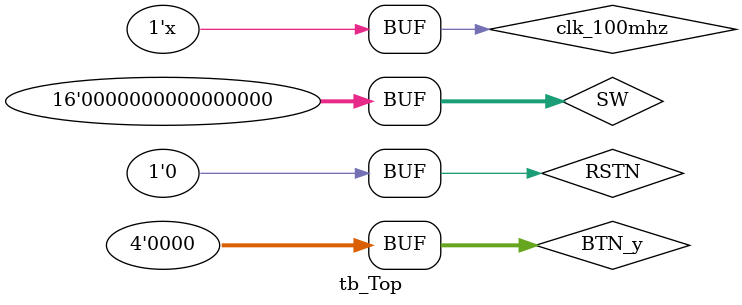
<source format=v>
`timescale 1ns / 1ps

module tb_Top;

// Top Parameters
parameter PERIOD  = 10;


// Top Inputs
reg   [3:0]  BTN_y                         = 0 ;
reg   RSTN                                 = 0 ;
reg   [15:0]  SW                           = 0 ;
reg   clk_100mhz                           = 0 ;

// Top Outputs
wire  [4:0]  BTN_x                         ;    
wire  HSYNC                                ;
wire  VSYNC                                ;
wire  [3:0]  Red                           ;
wire  [3:0]  Green                         ;
wire  [3:0]  Blue                          ;
wire  led_clk                              ;
wire  led_sout                             ;
wire  led_clrn                             ;
wire  LED_PEN                              ;
wire  seg_clk                              ;
wire  seg_clrn                             ;
wire  SEG_PEN                              ;
wire  seg_sout                             ;


initial
begin
    RSTN = 0;
end

always #10 clk_100mhz = ~clk_100mhz;
Top  u_Top (
    .BTN_y                   ( BTN_y       [3:0]  ),
    .RSTN                    ( RSTN               ),
    .SW                      ( SW          [15:0] ),
    .clk_100mhz              ( clk_100mhz         ),

    .BTN_x                   ( BTN_x       [4:0]  ),
    .HSYNC                   ( HSYNC              ),
    .VSYNC                   ( VSYNC              ),
    .Red                     ( Red         [3:0]  ),
    .Green                   ( Green       [3:0]  ),
    .Blue                    ( Blue        [3:0]  ),
    .led_clk                 ( led_clk            ),
    .led_sout                ( led_sout           ),
    .led_clrn                ( led_clrn           ),
    .LED_PEN                 ( LED_PEN            ),
    .seg_clk                 ( seg_clk            ),
    .seg_clrn                ( seg_clrn           ),
    .SEG_PEN                 ( SEG_PEN            ),
    .seg_sout                ( seg_sout           )
);

endmodule
</source>
